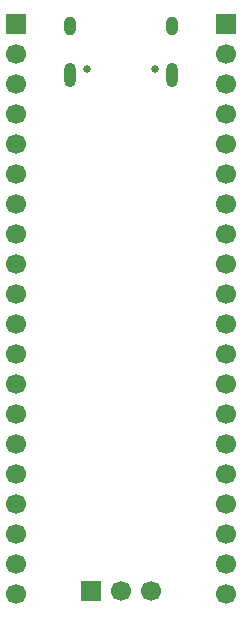
<source format=gbr>
%TF.GenerationSoftware,KiCad,Pcbnew,9.0.6*%
%TF.CreationDate,2026-02-18T17:47:18+01:00*%
%TF.ProjectId,devboard,64657662-6f61-4726-942e-6b696361645f,rev?*%
%TF.SameCoordinates,Original*%
%TF.FileFunction,Soldermask,Bot*%
%TF.FilePolarity,Negative*%
%FSLAX46Y46*%
G04 Gerber Fmt 4.6, Leading zero omitted, Abs format (unit mm)*
G04 Created by KiCad (PCBNEW 9.0.6) date 2026-02-18 17:47:18*
%MOMM*%
%LPD*%
G01*
G04 APERTURE LIST*
%ADD10R,1.700000X1.700000*%
%ADD11C,1.700000*%
%ADD12C,0.650000*%
%ADD13O,1.000000X2.100000*%
%ADD14O,1.000000X1.600000*%
G04 APERTURE END LIST*
D10*
%TO.C,J2*%
X51610000Y-50370000D03*
D11*
X51610000Y-52910000D03*
X51610000Y-55450000D03*
X51610000Y-57990000D03*
X51610000Y-60530000D03*
X51610000Y-63070000D03*
X51610000Y-65610000D03*
X51610000Y-68150000D03*
X51610000Y-70690000D03*
X51610000Y-73230000D03*
X51610000Y-75770000D03*
X51610000Y-78310000D03*
X51610000Y-80850000D03*
X51610000Y-83390000D03*
X51610000Y-85930000D03*
X51610000Y-88470000D03*
X51610000Y-91010000D03*
X51610000Y-93550000D03*
X51610000Y-96090000D03*
X51610000Y-98630000D03*
%TD*%
D10*
%TO.C,J4*%
X57960000Y-98390000D03*
D11*
X60500000Y-98390000D03*
X63040000Y-98390000D03*
%TD*%
D10*
%TO.C,J3*%
X69390000Y-50370000D03*
D11*
X69390000Y-52910000D03*
X69390000Y-55450000D03*
X69390000Y-57990000D03*
X69390000Y-60530000D03*
X69390000Y-63070000D03*
X69390000Y-65610000D03*
X69390000Y-68150000D03*
X69390000Y-70690000D03*
X69390000Y-73230000D03*
X69390000Y-75770000D03*
X69390000Y-78310000D03*
X69390000Y-80850000D03*
X69390000Y-83390000D03*
X69390000Y-85930000D03*
X69390000Y-88470000D03*
X69390000Y-91010000D03*
X69390000Y-93550000D03*
X69390000Y-96090000D03*
X69390000Y-98630000D03*
%TD*%
D12*
%TO.C,J1*%
X63390000Y-54150000D03*
X57610000Y-54150000D03*
D13*
X64820000Y-54680000D03*
D14*
X64820000Y-50500000D03*
D13*
X56180000Y-54680000D03*
D14*
X56180000Y-50500000D03*
%TD*%
M02*

</source>
